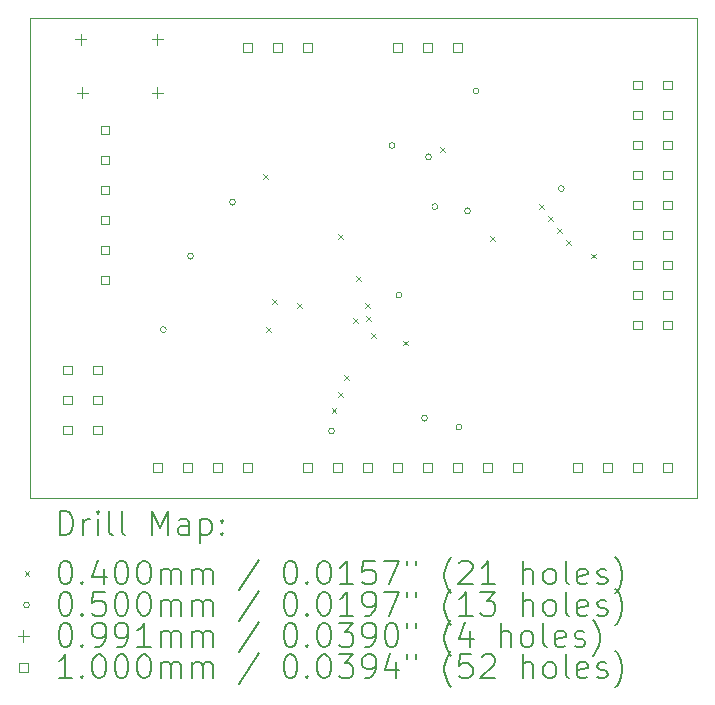
<source format=gbr>
%FSLAX45Y45*%
G04 Gerber Fmt 4.5, Leading zero omitted, Abs format (unit mm)*
G04 Created by KiCad (PCBNEW 6.0.1+dfsg-1) date 2022-05-09 21:59:54*
%MOMM*%
%LPD*%
G01*
G04 APERTURE LIST*
%TA.AperFunction,Profile*%
%ADD10C,0.100000*%
%TD*%
%ADD11C,0.200000*%
%ADD12C,0.040000*%
%ADD13C,0.050000*%
%ADD14C,0.099060*%
%ADD15C,0.100000*%
G04 APERTURE END LIST*
D10*
X8953500Y-5588000D02*
X8826500Y-5588000D01*
X14478000Y-5588000D02*
X8953500Y-5588000D01*
X8826500Y-5588000D02*
X8826500Y-9652000D01*
X14478000Y-9652000D02*
X14478000Y-9588500D01*
X14478000Y-9588500D02*
X14478000Y-5651500D01*
X14478000Y-5651500D02*
X14478000Y-5588000D01*
X8826500Y-9652000D02*
X14478000Y-9652000D01*
D11*
D12*
X10800400Y-6914200D02*
X10840400Y-6954200D01*
X10840400Y-6914200D02*
X10800400Y-6954200D01*
X10825800Y-8209600D02*
X10865800Y-8249600D01*
X10865800Y-8209600D02*
X10825800Y-8249600D01*
X10876600Y-7970840D02*
X10916600Y-8010840D01*
X10916600Y-7970840D02*
X10876600Y-8010840D01*
X11089850Y-8006400D02*
X11129850Y-8046400D01*
X11129850Y-8006400D02*
X11089850Y-8046400D01*
X11382217Y-8893017D02*
X11422217Y-8933017D01*
X11422217Y-8893017D02*
X11382217Y-8933017D01*
X11435400Y-7422200D02*
X11475400Y-7462200D01*
X11475400Y-7422200D02*
X11435400Y-7462200D01*
X11435400Y-8760901D02*
X11475400Y-8800901D01*
X11475400Y-8760901D02*
X11435400Y-8800901D01*
X11486200Y-8616000D02*
X11526200Y-8656000D01*
X11526200Y-8616000D02*
X11486200Y-8656000D01*
X11562400Y-8133400D02*
X11602400Y-8173400D01*
X11602400Y-8133400D02*
X11562400Y-8173400D01*
X11587800Y-7777800D02*
X11627800Y-7817800D01*
X11627800Y-7777800D02*
X11587800Y-7817800D01*
X11664000Y-8006400D02*
X11704000Y-8046400D01*
X11704000Y-8006400D02*
X11664000Y-8046400D01*
X11672684Y-8117544D02*
X11712684Y-8157544D01*
X11712684Y-8117544D02*
X11672684Y-8157544D01*
X11714800Y-8260400D02*
X11754800Y-8300400D01*
X11754800Y-8260400D02*
X11714800Y-8300400D01*
X11984360Y-8321900D02*
X12024360Y-8361900D01*
X12024360Y-8321900D02*
X11984360Y-8361900D01*
X12299000Y-6685600D02*
X12339000Y-6725600D01*
X12339000Y-6685600D02*
X12299000Y-6725600D01*
X12723624Y-7440424D02*
X12763624Y-7480424D01*
X12763624Y-7440424D02*
X12723624Y-7480424D01*
X13137200Y-7168200D02*
X13177200Y-7208200D01*
X13177200Y-7168200D02*
X13137200Y-7208200D01*
X13213400Y-7269800D02*
X13253400Y-7309800D01*
X13253400Y-7269800D02*
X13213400Y-7309800D01*
X13289600Y-7371400D02*
X13329600Y-7411400D01*
X13329600Y-7371400D02*
X13289600Y-7411400D01*
X13365800Y-7473861D02*
X13405800Y-7513861D01*
X13405800Y-7473861D02*
X13365800Y-7513861D01*
X13581270Y-7586870D02*
X13621270Y-7626870D01*
X13621270Y-7586870D02*
X13581270Y-7626870D01*
D13*
X9981800Y-8229600D02*
G75*
G03*
X9981800Y-8229600I-25000J0D01*
G01*
X10210400Y-7607300D02*
G75*
G03*
X10210400Y-7607300I-25000J0D01*
G01*
X10566000Y-7150100D02*
G75*
G03*
X10566000Y-7150100I-25000J0D01*
G01*
X11404200Y-9088120D02*
G75*
G03*
X11404200Y-9088120I-25000J0D01*
G01*
X11917280Y-6670040D02*
G75*
G03*
X11917280Y-6670040I-25000J0D01*
G01*
X11975700Y-7937500D02*
G75*
G03*
X11975700Y-7937500I-25000J0D01*
G01*
X12191600Y-8978900D02*
G75*
G03*
X12191600Y-8978900I-25000J0D01*
G01*
X12227160Y-6766560D02*
G75*
G03*
X12227160Y-6766560I-25000J0D01*
G01*
X12280500Y-7188200D02*
G75*
G03*
X12280500Y-7188200I-25000J0D01*
G01*
X12483700Y-9055100D02*
G75*
G03*
X12483700Y-9055100I-25000J0D01*
G01*
X12557360Y-7223760D02*
G75*
G03*
X12557360Y-7223760I-25000J0D01*
G01*
X12628480Y-6207760D02*
G75*
G03*
X12628480Y-6207760I-25000J0D01*
G01*
X13349840Y-7035800D02*
G75*
G03*
X13349840Y-7035800I-25000J0D01*
G01*
D14*
X9256000Y-5723470D02*
X9256000Y-5822530D01*
X9206470Y-5773000D02*
X9305530Y-5773000D01*
X9271000Y-6173470D02*
X9271000Y-6272530D01*
X9221470Y-6223000D02*
X9320530Y-6223000D01*
X9906000Y-5723470D02*
X9906000Y-5822530D01*
X9856470Y-5773000D02*
X9955530Y-5773000D01*
X9906000Y-6173470D02*
X9906000Y-6272530D01*
X9856470Y-6223000D02*
X9955530Y-6223000D01*
D15*
X9179356Y-8607856D02*
X9179356Y-8537144D01*
X9108644Y-8537144D01*
X9108644Y-8607856D01*
X9179356Y-8607856D01*
X9179356Y-8861856D02*
X9179356Y-8791144D01*
X9108644Y-8791144D01*
X9108644Y-8861856D01*
X9179356Y-8861856D01*
X9179356Y-9115856D02*
X9179356Y-9045144D01*
X9108644Y-9045144D01*
X9108644Y-9115856D01*
X9179356Y-9115856D01*
X9433356Y-8607856D02*
X9433356Y-8537144D01*
X9362644Y-8537144D01*
X9362644Y-8607856D01*
X9433356Y-8607856D01*
X9433356Y-8861856D02*
X9433356Y-8791144D01*
X9362644Y-8791144D01*
X9362644Y-8861856D01*
X9433356Y-8861856D01*
X9433356Y-9115856D02*
X9433356Y-9045144D01*
X9362644Y-9045144D01*
X9362644Y-9115856D01*
X9433356Y-9115856D01*
X9496856Y-6575856D02*
X9496856Y-6505144D01*
X9426144Y-6505144D01*
X9426144Y-6575856D01*
X9496856Y-6575856D01*
X9496856Y-6829856D02*
X9496856Y-6759144D01*
X9426144Y-6759144D01*
X9426144Y-6829856D01*
X9496856Y-6829856D01*
X9496856Y-7083856D02*
X9496856Y-7013144D01*
X9426144Y-7013144D01*
X9426144Y-7083856D01*
X9496856Y-7083856D01*
X9496856Y-7337856D02*
X9496856Y-7267144D01*
X9426144Y-7267144D01*
X9426144Y-7337856D01*
X9496856Y-7337856D01*
X9496856Y-7591856D02*
X9496856Y-7521144D01*
X9426144Y-7521144D01*
X9426144Y-7591856D01*
X9496856Y-7591856D01*
X9496856Y-7845856D02*
X9496856Y-7775144D01*
X9426144Y-7775144D01*
X9426144Y-7845856D01*
X9496856Y-7845856D01*
X9941356Y-9433356D02*
X9941356Y-9362644D01*
X9870644Y-9362644D01*
X9870644Y-9433356D01*
X9941356Y-9433356D01*
X10195356Y-9433356D02*
X10195356Y-9362644D01*
X10124644Y-9362644D01*
X10124644Y-9433356D01*
X10195356Y-9433356D01*
X10449356Y-9433356D02*
X10449356Y-9362644D01*
X10378644Y-9362644D01*
X10378644Y-9433356D01*
X10449356Y-9433356D01*
X10703356Y-5877356D02*
X10703356Y-5806644D01*
X10632644Y-5806644D01*
X10632644Y-5877356D01*
X10703356Y-5877356D01*
X10703356Y-9433356D02*
X10703356Y-9362644D01*
X10632644Y-9362644D01*
X10632644Y-9433356D01*
X10703356Y-9433356D01*
X10957356Y-5877356D02*
X10957356Y-5806644D01*
X10886644Y-5806644D01*
X10886644Y-5877356D01*
X10957356Y-5877356D01*
X11211356Y-5877356D02*
X11211356Y-5806644D01*
X11140644Y-5806644D01*
X11140644Y-5877356D01*
X11211356Y-5877356D01*
X11211356Y-9433356D02*
X11211356Y-9362644D01*
X11140644Y-9362644D01*
X11140644Y-9433356D01*
X11211356Y-9433356D01*
X11465356Y-9433356D02*
X11465356Y-9362644D01*
X11394644Y-9362644D01*
X11394644Y-9433356D01*
X11465356Y-9433356D01*
X11719356Y-9433356D02*
X11719356Y-9362644D01*
X11648644Y-9362644D01*
X11648644Y-9433356D01*
X11719356Y-9433356D01*
X11973356Y-5877356D02*
X11973356Y-5806644D01*
X11902644Y-5806644D01*
X11902644Y-5877356D01*
X11973356Y-5877356D01*
X11973356Y-9433356D02*
X11973356Y-9362644D01*
X11902644Y-9362644D01*
X11902644Y-9433356D01*
X11973356Y-9433356D01*
X12227356Y-5877356D02*
X12227356Y-5806644D01*
X12156644Y-5806644D01*
X12156644Y-5877356D01*
X12227356Y-5877356D01*
X12227356Y-9433356D02*
X12227356Y-9362644D01*
X12156644Y-9362644D01*
X12156644Y-9433356D01*
X12227356Y-9433356D01*
X12481356Y-5877356D02*
X12481356Y-5806644D01*
X12410644Y-5806644D01*
X12410644Y-5877356D01*
X12481356Y-5877356D01*
X12481356Y-9433356D02*
X12481356Y-9362644D01*
X12410644Y-9362644D01*
X12410644Y-9433356D01*
X12481356Y-9433356D01*
X12735356Y-9433356D02*
X12735356Y-9362644D01*
X12664644Y-9362644D01*
X12664644Y-9433356D01*
X12735356Y-9433356D01*
X12989356Y-9433356D02*
X12989356Y-9362644D01*
X12918644Y-9362644D01*
X12918644Y-9433356D01*
X12989356Y-9433356D01*
X13498356Y-9433356D02*
X13498356Y-9362644D01*
X13427644Y-9362644D01*
X13427644Y-9433356D01*
X13498356Y-9433356D01*
X13752356Y-9433356D02*
X13752356Y-9362644D01*
X13681644Y-9362644D01*
X13681644Y-9433356D01*
X13752356Y-9433356D01*
X14005356Y-6194856D02*
X14005356Y-6124144D01*
X13934644Y-6124144D01*
X13934644Y-6194856D01*
X14005356Y-6194856D01*
X14005356Y-6448856D02*
X14005356Y-6378144D01*
X13934644Y-6378144D01*
X13934644Y-6448856D01*
X14005356Y-6448856D01*
X14005356Y-6702856D02*
X14005356Y-6632144D01*
X13934644Y-6632144D01*
X13934644Y-6702856D01*
X14005356Y-6702856D01*
X14005356Y-6956856D02*
X14005356Y-6886144D01*
X13934644Y-6886144D01*
X13934644Y-6956856D01*
X14005356Y-6956856D01*
X14005356Y-7210856D02*
X14005356Y-7140144D01*
X13934644Y-7140144D01*
X13934644Y-7210856D01*
X14005356Y-7210856D01*
X14005356Y-7464856D02*
X14005356Y-7394144D01*
X13934644Y-7394144D01*
X13934644Y-7464856D01*
X14005356Y-7464856D01*
X14005356Y-7718856D02*
X14005356Y-7648144D01*
X13934644Y-7648144D01*
X13934644Y-7718856D01*
X14005356Y-7718856D01*
X14005356Y-7972856D02*
X14005356Y-7902144D01*
X13934644Y-7902144D01*
X13934644Y-7972856D01*
X14005356Y-7972856D01*
X14005356Y-8226856D02*
X14005356Y-8156144D01*
X13934644Y-8156144D01*
X13934644Y-8226856D01*
X14005356Y-8226856D01*
X14006356Y-9433356D02*
X14006356Y-9362644D01*
X13935644Y-9362644D01*
X13935644Y-9433356D01*
X14006356Y-9433356D01*
X14259356Y-6194856D02*
X14259356Y-6124144D01*
X14188644Y-6124144D01*
X14188644Y-6194856D01*
X14259356Y-6194856D01*
X14259356Y-6448856D02*
X14259356Y-6378144D01*
X14188644Y-6378144D01*
X14188644Y-6448856D01*
X14259356Y-6448856D01*
X14259356Y-6702856D02*
X14259356Y-6632144D01*
X14188644Y-6632144D01*
X14188644Y-6702856D01*
X14259356Y-6702856D01*
X14259356Y-6956856D02*
X14259356Y-6886144D01*
X14188644Y-6886144D01*
X14188644Y-6956856D01*
X14259356Y-6956856D01*
X14259356Y-7210856D02*
X14259356Y-7140144D01*
X14188644Y-7140144D01*
X14188644Y-7210856D01*
X14259356Y-7210856D01*
X14259356Y-7464856D02*
X14259356Y-7394144D01*
X14188644Y-7394144D01*
X14188644Y-7464856D01*
X14259356Y-7464856D01*
X14259356Y-7718856D02*
X14259356Y-7648144D01*
X14188644Y-7648144D01*
X14188644Y-7718856D01*
X14259356Y-7718856D01*
X14259356Y-7972856D02*
X14259356Y-7902144D01*
X14188644Y-7902144D01*
X14188644Y-7972856D01*
X14259356Y-7972856D01*
X14259356Y-8226856D02*
X14259356Y-8156144D01*
X14188644Y-8156144D01*
X14188644Y-8226856D01*
X14259356Y-8226856D01*
X14260356Y-9433356D02*
X14260356Y-9362644D01*
X14189644Y-9362644D01*
X14189644Y-9433356D01*
X14260356Y-9433356D01*
D11*
X9079119Y-9967476D02*
X9079119Y-9767476D01*
X9126738Y-9767476D01*
X9155310Y-9777000D01*
X9174357Y-9796048D01*
X9183881Y-9815095D01*
X9193405Y-9853190D01*
X9193405Y-9881762D01*
X9183881Y-9919857D01*
X9174357Y-9938905D01*
X9155310Y-9957952D01*
X9126738Y-9967476D01*
X9079119Y-9967476D01*
X9279119Y-9967476D02*
X9279119Y-9834143D01*
X9279119Y-9872238D02*
X9288643Y-9853190D01*
X9298167Y-9843667D01*
X9317214Y-9834143D01*
X9336262Y-9834143D01*
X9402929Y-9967476D02*
X9402929Y-9834143D01*
X9402929Y-9767476D02*
X9393405Y-9777000D01*
X9402929Y-9786524D01*
X9412452Y-9777000D01*
X9402929Y-9767476D01*
X9402929Y-9786524D01*
X9526738Y-9967476D02*
X9507690Y-9957952D01*
X9498167Y-9938905D01*
X9498167Y-9767476D01*
X9631500Y-9967476D02*
X9612452Y-9957952D01*
X9602929Y-9938905D01*
X9602929Y-9767476D01*
X9860071Y-9967476D02*
X9860071Y-9767476D01*
X9926738Y-9910333D01*
X9993405Y-9767476D01*
X9993405Y-9967476D01*
X10174357Y-9967476D02*
X10174357Y-9862714D01*
X10164833Y-9843667D01*
X10145786Y-9834143D01*
X10107690Y-9834143D01*
X10088643Y-9843667D01*
X10174357Y-9957952D02*
X10155310Y-9967476D01*
X10107690Y-9967476D01*
X10088643Y-9957952D01*
X10079119Y-9938905D01*
X10079119Y-9919857D01*
X10088643Y-9900810D01*
X10107690Y-9891286D01*
X10155310Y-9891286D01*
X10174357Y-9881762D01*
X10269595Y-9834143D02*
X10269595Y-10034143D01*
X10269595Y-9843667D02*
X10288643Y-9834143D01*
X10326738Y-9834143D01*
X10345786Y-9843667D01*
X10355310Y-9853190D01*
X10364833Y-9872238D01*
X10364833Y-9929381D01*
X10355310Y-9948429D01*
X10345786Y-9957952D01*
X10326738Y-9967476D01*
X10288643Y-9967476D01*
X10269595Y-9957952D01*
X10450548Y-9948429D02*
X10460071Y-9957952D01*
X10450548Y-9967476D01*
X10441024Y-9957952D01*
X10450548Y-9948429D01*
X10450548Y-9967476D01*
X10450548Y-9843667D02*
X10460071Y-9853190D01*
X10450548Y-9862714D01*
X10441024Y-9853190D01*
X10450548Y-9843667D01*
X10450548Y-9862714D01*
D12*
X8781500Y-10277000D02*
X8821500Y-10317000D01*
X8821500Y-10277000D02*
X8781500Y-10317000D01*
D11*
X9117214Y-10187476D02*
X9136262Y-10187476D01*
X9155310Y-10197000D01*
X9164833Y-10206524D01*
X9174357Y-10225571D01*
X9183881Y-10263667D01*
X9183881Y-10311286D01*
X9174357Y-10349381D01*
X9164833Y-10368429D01*
X9155310Y-10377952D01*
X9136262Y-10387476D01*
X9117214Y-10387476D01*
X9098167Y-10377952D01*
X9088643Y-10368429D01*
X9079119Y-10349381D01*
X9069595Y-10311286D01*
X9069595Y-10263667D01*
X9079119Y-10225571D01*
X9088643Y-10206524D01*
X9098167Y-10197000D01*
X9117214Y-10187476D01*
X9269595Y-10368429D02*
X9279119Y-10377952D01*
X9269595Y-10387476D01*
X9260071Y-10377952D01*
X9269595Y-10368429D01*
X9269595Y-10387476D01*
X9450548Y-10254143D02*
X9450548Y-10387476D01*
X9402929Y-10177952D02*
X9355310Y-10320810D01*
X9479119Y-10320810D01*
X9593405Y-10187476D02*
X9612452Y-10187476D01*
X9631500Y-10197000D01*
X9641024Y-10206524D01*
X9650548Y-10225571D01*
X9660071Y-10263667D01*
X9660071Y-10311286D01*
X9650548Y-10349381D01*
X9641024Y-10368429D01*
X9631500Y-10377952D01*
X9612452Y-10387476D01*
X9593405Y-10387476D01*
X9574357Y-10377952D01*
X9564833Y-10368429D01*
X9555310Y-10349381D01*
X9545786Y-10311286D01*
X9545786Y-10263667D01*
X9555310Y-10225571D01*
X9564833Y-10206524D01*
X9574357Y-10197000D01*
X9593405Y-10187476D01*
X9783881Y-10187476D02*
X9802929Y-10187476D01*
X9821976Y-10197000D01*
X9831500Y-10206524D01*
X9841024Y-10225571D01*
X9850548Y-10263667D01*
X9850548Y-10311286D01*
X9841024Y-10349381D01*
X9831500Y-10368429D01*
X9821976Y-10377952D01*
X9802929Y-10387476D01*
X9783881Y-10387476D01*
X9764833Y-10377952D01*
X9755310Y-10368429D01*
X9745786Y-10349381D01*
X9736262Y-10311286D01*
X9736262Y-10263667D01*
X9745786Y-10225571D01*
X9755310Y-10206524D01*
X9764833Y-10197000D01*
X9783881Y-10187476D01*
X9936262Y-10387476D02*
X9936262Y-10254143D01*
X9936262Y-10273190D02*
X9945786Y-10263667D01*
X9964833Y-10254143D01*
X9993405Y-10254143D01*
X10012452Y-10263667D01*
X10021976Y-10282714D01*
X10021976Y-10387476D01*
X10021976Y-10282714D02*
X10031500Y-10263667D01*
X10050548Y-10254143D01*
X10079119Y-10254143D01*
X10098167Y-10263667D01*
X10107690Y-10282714D01*
X10107690Y-10387476D01*
X10202929Y-10387476D02*
X10202929Y-10254143D01*
X10202929Y-10273190D02*
X10212452Y-10263667D01*
X10231500Y-10254143D01*
X10260071Y-10254143D01*
X10279119Y-10263667D01*
X10288643Y-10282714D01*
X10288643Y-10387476D01*
X10288643Y-10282714D02*
X10298167Y-10263667D01*
X10317214Y-10254143D01*
X10345786Y-10254143D01*
X10364833Y-10263667D01*
X10374357Y-10282714D01*
X10374357Y-10387476D01*
X10764833Y-10177952D02*
X10593405Y-10435095D01*
X11021976Y-10187476D02*
X11041024Y-10187476D01*
X11060071Y-10197000D01*
X11069595Y-10206524D01*
X11079119Y-10225571D01*
X11088643Y-10263667D01*
X11088643Y-10311286D01*
X11079119Y-10349381D01*
X11069595Y-10368429D01*
X11060071Y-10377952D01*
X11041024Y-10387476D01*
X11021976Y-10387476D01*
X11002929Y-10377952D01*
X10993405Y-10368429D01*
X10983881Y-10349381D01*
X10974357Y-10311286D01*
X10974357Y-10263667D01*
X10983881Y-10225571D01*
X10993405Y-10206524D01*
X11002929Y-10197000D01*
X11021976Y-10187476D01*
X11174357Y-10368429D02*
X11183881Y-10377952D01*
X11174357Y-10387476D01*
X11164833Y-10377952D01*
X11174357Y-10368429D01*
X11174357Y-10387476D01*
X11307690Y-10187476D02*
X11326738Y-10187476D01*
X11345786Y-10197000D01*
X11355309Y-10206524D01*
X11364833Y-10225571D01*
X11374357Y-10263667D01*
X11374357Y-10311286D01*
X11364833Y-10349381D01*
X11355309Y-10368429D01*
X11345786Y-10377952D01*
X11326738Y-10387476D01*
X11307690Y-10387476D01*
X11288643Y-10377952D01*
X11279119Y-10368429D01*
X11269595Y-10349381D01*
X11260071Y-10311286D01*
X11260071Y-10263667D01*
X11269595Y-10225571D01*
X11279119Y-10206524D01*
X11288643Y-10197000D01*
X11307690Y-10187476D01*
X11564833Y-10387476D02*
X11450548Y-10387476D01*
X11507690Y-10387476D02*
X11507690Y-10187476D01*
X11488643Y-10216048D01*
X11469595Y-10235095D01*
X11450548Y-10244619D01*
X11745786Y-10187476D02*
X11650548Y-10187476D01*
X11641024Y-10282714D01*
X11650548Y-10273190D01*
X11669595Y-10263667D01*
X11717214Y-10263667D01*
X11736262Y-10273190D01*
X11745786Y-10282714D01*
X11755309Y-10301762D01*
X11755309Y-10349381D01*
X11745786Y-10368429D01*
X11736262Y-10377952D01*
X11717214Y-10387476D01*
X11669595Y-10387476D01*
X11650548Y-10377952D01*
X11641024Y-10368429D01*
X11821976Y-10187476D02*
X11955309Y-10187476D01*
X11869595Y-10387476D01*
X12021976Y-10187476D02*
X12021976Y-10225571D01*
X12098167Y-10187476D02*
X12098167Y-10225571D01*
X12393405Y-10463667D02*
X12383881Y-10454143D01*
X12364833Y-10425571D01*
X12355309Y-10406524D01*
X12345786Y-10377952D01*
X12336262Y-10330333D01*
X12336262Y-10292238D01*
X12345786Y-10244619D01*
X12355309Y-10216048D01*
X12364833Y-10197000D01*
X12383881Y-10168429D01*
X12393405Y-10158905D01*
X12460071Y-10206524D02*
X12469595Y-10197000D01*
X12488643Y-10187476D01*
X12536262Y-10187476D01*
X12555309Y-10197000D01*
X12564833Y-10206524D01*
X12574357Y-10225571D01*
X12574357Y-10244619D01*
X12564833Y-10273190D01*
X12450548Y-10387476D01*
X12574357Y-10387476D01*
X12764833Y-10387476D02*
X12650548Y-10387476D01*
X12707690Y-10387476D02*
X12707690Y-10187476D01*
X12688643Y-10216048D01*
X12669595Y-10235095D01*
X12650548Y-10244619D01*
X13002928Y-10387476D02*
X13002928Y-10187476D01*
X13088643Y-10387476D02*
X13088643Y-10282714D01*
X13079119Y-10263667D01*
X13060071Y-10254143D01*
X13031500Y-10254143D01*
X13012452Y-10263667D01*
X13002928Y-10273190D01*
X13212452Y-10387476D02*
X13193405Y-10377952D01*
X13183881Y-10368429D01*
X13174357Y-10349381D01*
X13174357Y-10292238D01*
X13183881Y-10273190D01*
X13193405Y-10263667D01*
X13212452Y-10254143D01*
X13241024Y-10254143D01*
X13260071Y-10263667D01*
X13269595Y-10273190D01*
X13279119Y-10292238D01*
X13279119Y-10349381D01*
X13269595Y-10368429D01*
X13260071Y-10377952D01*
X13241024Y-10387476D01*
X13212452Y-10387476D01*
X13393405Y-10387476D02*
X13374357Y-10377952D01*
X13364833Y-10358905D01*
X13364833Y-10187476D01*
X13545786Y-10377952D02*
X13526738Y-10387476D01*
X13488643Y-10387476D01*
X13469595Y-10377952D01*
X13460071Y-10358905D01*
X13460071Y-10282714D01*
X13469595Y-10263667D01*
X13488643Y-10254143D01*
X13526738Y-10254143D01*
X13545786Y-10263667D01*
X13555309Y-10282714D01*
X13555309Y-10301762D01*
X13460071Y-10320810D01*
X13631500Y-10377952D02*
X13650548Y-10387476D01*
X13688643Y-10387476D01*
X13707690Y-10377952D01*
X13717214Y-10358905D01*
X13717214Y-10349381D01*
X13707690Y-10330333D01*
X13688643Y-10320810D01*
X13660071Y-10320810D01*
X13641024Y-10311286D01*
X13631500Y-10292238D01*
X13631500Y-10282714D01*
X13641024Y-10263667D01*
X13660071Y-10254143D01*
X13688643Y-10254143D01*
X13707690Y-10263667D01*
X13783881Y-10463667D02*
X13793405Y-10454143D01*
X13812452Y-10425571D01*
X13821976Y-10406524D01*
X13831500Y-10377952D01*
X13841024Y-10330333D01*
X13841024Y-10292238D01*
X13831500Y-10244619D01*
X13821976Y-10216048D01*
X13812452Y-10197000D01*
X13793405Y-10168429D01*
X13783881Y-10158905D01*
D13*
X8821500Y-10561000D02*
G75*
G03*
X8821500Y-10561000I-25000J0D01*
G01*
D11*
X9117214Y-10451476D02*
X9136262Y-10451476D01*
X9155310Y-10461000D01*
X9164833Y-10470524D01*
X9174357Y-10489571D01*
X9183881Y-10527667D01*
X9183881Y-10575286D01*
X9174357Y-10613381D01*
X9164833Y-10632429D01*
X9155310Y-10641952D01*
X9136262Y-10651476D01*
X9117214Y-10651476D01*
X9098167Y-10641952D01*
X9088643Y-10632429D01*
X9079119Y-10613381D01*
X9069595Y-10575286D01*
X9069595Y-10527667D01*
X9079119Y-10489571D01*
X9088643Y-10470524D01*
X9098167Y-10461000D01*
X9117214Y-10451476D01*
X9269595Y-10632429D02*
X9279119Y-10641952D01*
X9269595Y-10651476D01*
X9260071Y-10641952D01*
X9269595Y-10632429D01*
X9269595Y-10651476D01*
X9460071Y-10451476D02*
X9364833Y-10451476D01*
X9355310Y-10546714D01*
X9364833Y-10537190D01*
X9383881Y-10527667D01*
X9431500Y-10527667D01*
X9450548Y-10537190D01*
X9460071Y-10546714D01*
X9469595Y-10565762D01*
X9469595Y-10613381D01*
X9460071Y-10632429D01*
X9450548Y-10641952D01*
X9431500Y-10651476D01*
X9383881Y-10651476D01*
X9364833Y-10641952D01*
X9355310Y-10632429D01*
X9593405Y-10451476D02*
X9612452Y-10451476D01*
X9631500Y-10461000D01*
X9641024Y-10470524D01*
X9650548Y-10489571D01*
X9660071Y-10527667D01*
X9660071Y-10575286D01*
X9650548Y-10613381D01*
X9641024Y-10632429D01*
X9631500Y-10641952D01*
X9612452Y-10651476D01*
X9593405Y-10651476D01*
X9574357Y-10641952D01*
X9564833Y-10632429D01*
X9555310Y-10613381D01*
X9545786Y-10575286D01*
X9545786Y-10527667D01*
X9555310Y-10489571D01*
X9564833Y-10470524D01*
X9574357Y-10461000D01*
X9593405Y-10451476D01*
X9783881Y-10451476D02*
X9802929Y-10451476D01*
X9821976Y-10461000D01*
X9831500Y-10470524D01*
X9841024Y-10489571D01*
X9850548Y-10527667D01*
X9850548Y-10575286D01*
X9841024Y-10613381D01*
X9831500Y-10632429D01*
X9821976Y-10641952D01*
X9802929Y-10651476D01*
X9783881Y-10651476D01*
X9764833Y-10641952D01*
X9755310Y-10632429D01*
X9745786Y-10613381D01*
X9736262Y-10575286D01*
X9736262Y-10527667D01*
X9745786Y-10489571D01*
X9755310Y-10470524D01*
X9764833Y-10461000D01*
X9783881Y-10451476D01*
X9936262Y-10651476D02*
X9936262Y-10518143D01*
X9936262Y-10537190D02*
X9945786Y-10527667D01*
X9964833Y-10518143D01*
X9993405Y-10518143D01*
X10012452Y-10527667D01*
X10021976Y-10546714D01*
X10021976Y-10651476D01*
X10021976Y-10546714D02*
X10031500Y-10527667D01*
X10050548Y-10518143D01*
X10079119Y-10518143D01*
X10098167Y-10527667D01*
X10107690Y-10546714D01*
X10107690Y-10651476D01*
X10202929Y-10651476D02*
X10202929Y-10518143D01*
X10202929Y-10537190D02*
X10212452Y-10527667D01*
X10231500Y-10518143D01*
X10260071Y-10518143D01*
X10279119Y-10527667D01*
X10288643Y-10546714D01*
X10288643Y-10651476D01*
X10288643Y-10546714D02*
X10298167Y-10527667D01*
X10317214Y-10518143D01*
X10345786Y-10518143D01*
X10364833Y-10527667D01*
X10374357Y-10546714D01*
X10374357Y-10651476D01*
X10764833Y-10441952D02*
X10593405Y-10699095D01*
X11021976Y-10451476D02*
X11041024Y-10451476D01*
X11060071Y-10461000D01*
X11069595Y-10470524D01*
X11079119Y-10489571D01*
X11088643Y-10527667D01*
X11088643Y-10575286D01*
X11079119Y-10613381D01*
X11069595Y-10632429D01*
X11060071Y-10641952D01*
X11041024Y-10651476D01*
X11021976Y-10651476D01*
X11002929Y-10641952D01*
X10993405Y-10632429D01*
X10983881Y-10613381D01*
X10974357Y-10575286D01*
X10974357Y-10527667D01*
X10983881Y-10489571D01*
X10993405Y-10470524D01*
X11002929Y-10461000D01*
X11021976Y-10451476D01*
X11174357Y-10632429D02*
X11183881Y-10641952D01*
X11174357Y-10651476D01*
X11164833Y-10641952D01*
X11174357Y-10632429D01*
X11174357Y-10651476D01*
X11307690Y-10451476D02*
X11326738Y-10451476D01*
X11345786Y-10461000D01*
X11355309Y-10470524D01*
X11364833Y-10489571D01*
X11374357Y-10527667D01*
X11374357Y-10575286D01*
X11364833Y-10613381D01*
X11355309Y-10632429D01*
X11345786Y-10641952D01*
X11326738Y-10651476D01*
X11307690Y-10651476D01*
X11288643Y-10641952D01*
X11279119Y-10632429D01*
X11269595Y-10613381D01*
X11260071Y-10575286D01*
X11260071Y-10527667D01*
X11269595Y-10489571D01*
X11279119Y-10470524D01*
X11288643Y-10461000D01*
X11307690Y-10451476D01*
X11564833Y-10651476D02*
X11450548Y-10651476D01*
X11507690Y-10651476D02*
X11507690Y-10451476D01*
X11488643Y-10480048D01*
X11469595Y-10499095D01*
X11450548Y-10508619D01*
X11660071Y-10651476D02*
X11698167Y-10651476D01*
X11717214Y-10641952D01*
X11726738Y-10632429D01*
X11745786Y-10603857D01*
X11755309Y-10565762D01*
X11755309Y-10489571D01*
X11745786Y-10470524D01*
X11736262Y-10461000D01*
X11717214Y-10451476D01*
X11679119Y-10451476D01*
X11660071Y-10461000D01*
X11650548Y-10470524D01*
X11641024Y-10489571D01*
X11641024Y-10537190D01*
X11650548Y-10556238D01*
X11660071Y-10565762D01*
X11679119Y-10575286D01*
X11717214Y-10575286D01*
X11736262Y-10565762D01*
X11745786Y-10556238D01*
X11755309Y-10537190D01*
X11821976Y-10451476D02*
X11955309Y-10451476D01*
X11869595Y-10651476D01*
X12021976Y-10451476D02*
X12021976Y-10489571D01*
X12098167Y-10451476D02*
X12098167Y-10489571D01*
X12393405Y-10727667D02*
X12383881Y-10718143D01*
X12364833Y-10689571D01*
X12355309Y-10670524D01*
X12345786Y-10641952D01*
X12336262Y-10594333D01*
X12336262Y-10556238D01*
X12345786Y-10508619D01*
X12355309Y-10480048D01*
X12364833Y-10461000D01*
X12383881Y-10432429D01*
X12393405Y-10422905D01*
X12574357Y-10651476D02*
X12460071Y-10651476D01*
X12517214Y-10651476D02*
X12517214Y-10451476D01*
X12498167Y-10480048D01*
X12479119Y-10499095D01*
X12460071Y-10508619D01*
X12641024Y-10451476D02*
X12764833Y-10451476D01*
X12698167Y-10527667D01*
X12726738Y-10527667D01*
X12745786Y-10537190D01*
X12755309Y-10546714D01*
X12764833Y-10565762D01*
X12764833Y-10613381D01*
X12755309Y-10632429D01*
X12745786Y-10641952D01*
X12726738Y-10651476D01*
X12669595Y-10651476D01*
X12650548Y-10641952D01*
X12641024Y-10632429D01*
X13002928Y-10651476D02*
X13002928Y-10451476D01*
X13088643Y-10651476D02*
X13088643Y-10546714D01*
X13079119Y-10527667D01*
X13060071Y-10518143D01*
X13031500Y-10518143D01*
X13012452Y-10527667D01*
X13002928Y-10537190D01*
X13212452Y-10651476D02*
X13193405Y-10641952D01*
X13183881Y-10632429D01*
X13174357Y-10613381D01*
X13174357Y-10556238D01*
X13183881Y-10537190D01*
X13193405Y-10527667D01*
X13212452Y-10518143D01*
X13241024Y-10518143D01*
X13260071Y-10527667D01*
X13269595Y-10537190D01*
X13279119Y-10556238D01*
X13279119Y-10613381D01*
X13269595Y-10632429D01*
X13260071Y-10641952D01*
X13241024Y-10651476D01*
X13212452Y-10651476D01*
X13393405Y-10651476D02*
X13374357Y-10641952D01*
X13364833Y-10622905D01*
X13364833Y-10451476D01*
X13545786Y-10641952D02*
X13526738Y-10651476D01*
X13488643Y-10651476D01*
X13469595Y-10641952D01*
X13460071Y-10622905D01*
X13460071Y-10546714D01*
X13469595Y-10527667D01*
X13488643Y-10518143D01*
X13526738Y-10518143D01*
X13545786Y-10527667D01*
X13555309Y-10546714D01*
X13555309Y-10565762D01*
X13460071Y-10584810D01*
X13631500Y-10641952D02*
X13650548Y-10651476D01*
X13688643Y-10651476D01*
X13707690Y-10641952D01*
X13717214Y-10622905D01*
X13717214Y-10613381D01*
X13707690Y-10594333D01*
X13688643Y-10584810D01*
X13660071Y-10584810D01*
X13641024Y-10575286D01*
X13631500Y-10556238D01*
X13631500Y-10546714D01*
X13641024Y-10527667D01*
X13660071Y-10518143D01*
X13688643Y-10518143D01*
X13707690Y-10527667D01*
X13783881Y-10727667D02*
X13793405Y-10718143D01*
X13812452Y-10689571D01*
X13821976Y-10670524D01*
X13831500Y-10641952D01*
X13841024Y-10594333D01*
X13841024Y-10556238D01*
X13831500Y-10508619D01*
X13821976Y-10480048D01*
X13812452Y-10461000D01*
X13793405Y-10432429D01*
X13783881Y-10422905D01*
D14*
X8771970Y-10775470D02*
X8771970Y-10874530D01*
X8722440Y-10825000D02*
X8821500Y-10825000D01*
D11*
X9117214Y-10715476D02*
X9136262Y-10715476D01*
X9155310Y-10725000D01*
X9164833Y-10734524D01*
X9174357Y-10753571D01*
X9183881Y-10791667D01*
X9183881Y-10839286D01*
X9174357Y-10877381D01*
X9164833Y-10896429D01*
X9155310Y-10905952D01*
X9136262Y-10915476D01*
X9117214Y-10915476D01*
X9098167Y-10905952D01*
X9088643Y-10896429D01*
X9079119Y-10877381D01*
X9069595Y-10839286D01*
X9069595Y-10791667D01*
X9079119Y-10753571D01*
X9088643Y-10734524D01*
X9098167Y-10725000D01*
X9117214Y-10715476D01*
X9269595Y-10896429D02*
X9279119Y-10905952D01*
X9269595Y-10915476D01*
X9260071Y-10905952D01*
X9269595Y-10896429D01*
X9269595Y-10915476D01*
X9374357Y-10915476D02*
X9412452Y-10915476D01*
X9431500Y-10905952D01*
X9441024Y-10896429D01*
X9460071Y-10867857D01*
X9469595Y-10829762D01*
X9469595Y-10753571D01*
X9460071Y-10734524D01*
X9450548Y-10725000D01*
X9431500Y-10715476D01*
X9393405Y-10715476D01*
X9374357Y-10725000D01*
X9364833Y-10734524D01*
X9355310Y-10753571D01*
X9355310Y-10801190D01*
X9364833Y-10820238D01*
X9374357Y-10829762D01*
X9393405Y-10839286D01*
X9431500Y-10839286D01*
X9450548Y-10829762D01*
X9460071Y-10820238D01*
X9469595Y-10801190D01*
X9564833Y-10915476D02*
X9602929Y-10915476D01*
X9621976Y-10905952D01*
X9631500Y-10896429D01*
X9650548Y-10867857D01*
X9660071Y-10829762D01*
X9660071Y-10753571D01*
X9650548Y-10734524D01*
X9641024Y-10725000D01*
X9621976Y-10715476D01*
X9583881Y-10715476D01*
X9564833Y-10725000D01*
X9555310Y-10734524D01*
X9545786Y-10753571D01*
X9545786Y-10801190D01*
X9555310Y-10820238D01*
X9564833Y-10829762D01*
X9583881Y-10839286D01*
X9621976Y-10839286D01*
X9641024Y-10829762D01*
X9650548Y-10820238D01*
X9660071Y-10801190D01*
X9850548Y-10915476D02*
X9736262Y-10915476D01*
X9793405Y-10915476D02*
X9793405Y-10715476D01*
X9774357Y-10744048D01*
X9755310Y-10763095D01*
X9736262Y-10772619D01*
X9936262Y-10915476D02*
X9936262Y-10782143D01*
X9936262Y-10801190D02*
X9945786Y-10791667D01*
X9964833Y-10782143D01*
X9993405Y-10782143D01*
X10012452Y-10791667D01*
X10021976Y-10810714D01*
X10021976Y-10915476D01*
X10021976Y-10810714D02*
X10031500Y-10791667D01*
X10050548Y-10782143D01*
X10079119Y-10782143D01*
X10098167Y-10791667D01*
X10107690Y-10810714D01*
X10107690Y-10915476D01*
X10202929Y-10915476D02*
X10202929Y-10782143D01*
X10202929Y-10801190D02*
X10212452Y-10791667D01*
X10231500Y-10782143D01*
X10260071Y-10782143D01*
X10279119Y-10791667D01*
X10288643Y-10810714D01*
X10288643Y-10915476D01*
X10288643Y-10810714D02*
X10298167Y-10791667D01*
X10317214Y-10782143D01*
X10345786Y-10782143D01*
X10364833Y-10791667D01*
X10374357Y-10810714D01*
X10374357Y-10915476D01*
X10764833Y-10705952D02*
X10593405Y-10963095D01*
X11021976Y-10715476D02*
X11041024Y-10715476D01*
X11060071Y-10725000D01*
X11069595Y-10734524D01*
X11079119Y-10753571D01*
X11088643Y-10791667D01*
X11088643Y-10839286D01*
X11079119Y-10877381D01*
X11069595Y-10896429D01*
X11060071Y-10905952D01*
X11041024Y-10915476D01*
X11021976Y-10915476D01*
X11002929Y-10905952D01*
X10993405Y-10896429D01*
X10983881Y-10877381D01*
X10974357Y-10839286D01*
X10974357Y-10791667D01*
X10983881Y-10753571D01*
X10993405Y-10734524D01*
X11002929Y-10725000D01*
X11021976Y-10715476D01*
X11174357Y-10896429D02*
X11183881Y-10905952D01*
X11174357Y-10915476D01*
X11164833Y-10905952D01*
X11174357Y-10896429D01*
X11174357Y-10915476D01*
X11307690Y-10715476D02*
X11326738Y-10715476D01*
X11345786Y-10725000D01*
X11355309Y-10734524D01*
X11364833Y-10753571D01*
X11374357Y-10791667D01*
X11374357Y-10839286D01*
X11364833Y-10877381D01*
X11355309Y-10896429D01*
X11345786Y-10905952D01*
X11326738Y-10915476D01*
X11307690Y-10915476D01*
X11288643Y-10905952D01*
X11279119Y-10896429D01*
X11269595Y-10877381D01*
X11260071Y-10839286D01*
X11260071Y-10791667D01*
X11269595Y-10753571D01*
X11279119Y-10734524D01*
X11288643Y-10725000D01*
X11307690Y-10715476D01*
X11441024Y-10715476D02*
X11564833Y-10715476D01*
X11498167Y-10791667D01*
X11526738Y-10791667D01*
X11545786Y-10801190D01*
X11555309Y-10810714D01*
X11564833Y-10829762D01*
X11564833Y-10877381D01*
X11555309Y-10896429D01*
X11545786Y-10905952D01*
X11526738Y-10915476D01*
X11469595Y-10915476D01*
X11450548Y-10905952D01*
X11441024Y-10896429D01*
X11660071Y-10915476D02*
X11698167Y-10915476D01*
X11717214Y-10905952D01*
X11726738Y-10896429D01*
X11745786Y-10867857D01*
X11755309Y-10829762D01*
X11755309Y-10753571D01*
X11745786Y-10734524D01*
X11736262Y-10725000D01*
X11717214Y-10715476D01*
X11679119Y-10715476D01*
X11660071Y-10725000D01*
X11650548Y-10734524D01*
X11641024Y-10753571D01*
X11641024Y-10801190D01*
X11650548Y-10820238D01*
X11660071Y-10829762D01*
X11679119Y-10839286D01*
X11717214Y-10839286D01*
X11736262Y-10829762D01*
X11745786Y-10820238D01*
X11755309Y-10801190D01*
X11879119Y-10715476D02*
X11898167Y-10715476D01*
X11917214Y-10725000D01*
X11926738Y-10734524D01*
X11936262Y-10753571D01*
X11945786Y-10791667D01*
X11945786Y-10839286D01*
X11936262Y-10877381D01*
X11926738Y-10896429D01*
X11917214Y-10905952D01*
X11898167Y-10915476D01*
X11879119Y-10915476D01*
X11860071Y-10905952D01*
X11850548Y-10896429D01*
X11841024Y-10877381D01*
X11831500Y-10839286D01*
X11831500Y-10791667D01*
X11841024Y-10753571D01*
X11850548Y-10734524D01*
X11860071Y-10725000D01*
X11879119Y-10715476D01*
X12021976Y-10715476D02*
X12021976Y-10753571D01*
X12098167Y-10715476D02*
X12098167Y-10753571D01*
X12393405Y-10991667D02*
X12383881Y-10982143D01*
X12364833Y-10953571D01*
X12355309Y-10934524D01*
X12345786Y-10905952D01*
X12336262Y-10858333D01*
X12336262Y-10820238D01*
X12345786Y-10772619D01*
X12355309Y-10744048D01*
X12364833Y-10725000D01*
X12383881Y-10696429D01*
X12393405Y-10686905D01*
X12555309Y-10782143D02*
X12555309Y-10915476D01*
X12507690Y-10705952D02*
X12460071Y-10848810D01*
X12583881Y-10848810D01*
X12812452Y-10915476D02*
X12812452Y-10715476D01*
X12898167Y-10915476D02*
X12898167Y-10810714D01*
X12888643Y-10791667D01*
X12869595Y-10782143D01*
X12841024Y-10782143D01*
X12821976Y-10791667D01*
X12812452Y-10801190D01*
X13021976Y-10915476D02*
X13002928Y-10905952D01*
X12993405Y-10896429D01*
X12983881Y-10877381D01*
X12983881Y-10820238D01*
X12993405Y-10801190D01*
X13002928Y-10791667D01*
X13021976Y-10782143D01*
X13050548Y-10782143D01*
X13069595Y-10791667D01*
X13079119Y-10801190D01*
X13088643Y-10820238D01*
X13088643Y-10877381D01*
X13079119Y-10896429D01*
X13069595Y-10905952D01*
X13050548Y-10915476D01*
X13021976Y-10915476D01*
X13202928Y-10915476D02*
X13183881Y-10905952D01*
X13174357Y-10886905D01*
X13174357Y-10715476D01*
X13355309Y-10905952D02*
X13336262Y-10915476D01*
X13298167Y-10915476D01*
X13279119Y-10905952D01*
X13269595Y-10886905D01*
X13269595Y-10810714D01*
X13279119Y-10791667D01*
X13298167Y-10782143D01*
X13336262Y-10782143D01*
X13355309Y-10791667D01*
X13364833Y-10810714D01*
X13364833Y-10829762D01*
X13269595Y-10848810D01*
X13441024Y-10905952D02*
X13460071Y-10915476D01*
X13498167Y-10915476D01*
X13517214Y-10905952D01*
X13526738Y-10886905D01*
X13526738Y-10877381D01*
X13517214Y-10858333D01*
X13498167Y-10848810D01*
X13469595Y-10848810D01*
X13450548Y-10839286D01*
X13441024Y-10820238D01*
X13441024Y-10810714D01*
X13450548Y-10791667D01*
X13469595Y-10782143D01*
X13498167Y-10782143D01*
X13517214Y-10791667D01*
X13593405Y-10991667D02*
X13602928Y-10982143D01*
X13621976Y-10953571D01*
X13631500Y-10934524D01*
X13641024Y-10905952D01*
X13650548Y-10858333D01*
X13650548Y-10820238D01*
X13641024Y-10772619D01*
X13631500Y-10744048D01*
X13621976Y-10725000D01*
X13602928Y-10696429D01*
X13593405Y-10686905D01*
D15*
X8806856Y-11124356D02*
X8806856Y-11053644D01*
X8736144Y-11053644D01*
X8736144Y-11124356D01*
X8806856Y-11124356D01*
D11*
X9183881Y-11179476D02*
X9069595Y-11179476D01*
X9126738Y-11179476D02*
X9126738Y-10979476D01*
X9107690Y-11008048D01*
X9088643Y-11027095D01*
X9069595Y-11036619D01*
X9269595Y-11160429D02*
X9279119Y-11169952D01*
X9269595Y-11179476D01*
X9260071Y-11169952D01*
X9269595Y-11160429D01*
X9269595Y-11179476D01*
X9402929Y-10979476D02*
X9421976Y-10979476D01*
X9441024Y-10989000D01*
X9450548Y-10998524D01*
X9460071Y-11017571D01*
X9469595Y-11055667D01*
X9469595Y-11103286D01*
X9460071Y-11141381D01*
X9450548Y-11160429D01*
X9441024Y-11169952D01*
X9421976Y-11179476D01*
X9402929Y-11179476D01*
X9383881Y-11169952D01*
X9374357Y-11160429D01*
X9364833Y-11141381D01*
X9355310Y-11103286D01*
X9355310Y-11055667D01*
X9364833Y-11017571D01*
X9374357Y-10998524D01*
X9383881Y-10989000D01*
X9402929Y-10979476D01*
X9593405Y-10979476D02*
X9612452Y-10979476D01*
X9631500Y-10989000D01*
X9641024Y-10998524D01*
X9650548Y-11017571D01*
X9660071Y-11055667D01*
X9660071Y-11103286D01*
X9650548Y-11141381D01*
X9641024Y-11160429D01*
X9631500Y-11169952D01*
X9612452Y-11179476D01*
X9593405Y-11179476D01*
X9574357Y-11169952D01*
X9564833Y-11160429D01*
X9555310Y-11141381D01*
X9545786Y-11103286D01*
X9545786Y-11055667D01*
X9555310Y-11017571D01*
X9564833Y-10998524D01*
X9574357Y-10989000D01*
X9593405Y-10979476D01*
X9783881Y-10979476D02*
X9802929Y-10979476D01*
X9821976Y-10989000D01*
X9831500Y-10998524D01*
X9841024Y-11017571D01*
X9850548Y-11055667D01*
X9850548Y-11103286D01*
X9841024Y-11141381D01*
X9831500Y-11160429D01*
X9821976Y-11169952D01*
X9802929Y-11179476D01*
X9783881Y-11179476D01*
X9764833Y-11169952D01*
X9755310Y-11160429D01*
X9745786Y-11141381D01*
X9736262Y-11103286D01*
X9736262Y-11055667D01*
X9745786Y-11017571D01*
X9755310Y-10998524D01*
X9764833Y-10989000D01*
X9783881Y-10979476D01*
X9936262Y-11179476D02*
X9936262Y-11046143D01*
X9936262Y-11065190D02*
X9945786Y-11055667D01*
X9964833Y-11046143D01*
X9993405Y-11046143D01*
X10012452Y-11055667D01*
X10021976Y-11074714D01*
X10021976Y-11179476D01*
X10021976Y-11074714D02*
X10031500Y-11055667D01*
X10050548Y-11046143D01*
X10079119Y-11046143D01*
X10098167Y-11055667D01*
X10107690Y-11074714D01*
X10107690Y-11179476D01*
X10202929Y-11179476D02*
X10202929Y-11046143D01*
X10202929Y-11065190D02*
X10212452Y-11055667D01*
X10231500Y-11046143D01*
X10260071Y-11046143D01*
X10279119Y-11055667D01*
X10288643Y-11074714D01*
X10288643Y-11179476D01*
X10288643Y-11074714D02*
X10298167Y-11055667D01*
X10317214Y-11046143D01*
X10345786Y-11046143D01*
X10364833Y-11055667D01*
X10374357Y-11074714D01*
X10374357Y-11179476D01*
X10764833Y-10969952D02*
X10593405Y-11227095D01*
X11021976Y-10979476D02*
X11041024Y-10979476D01*
X11060071Y-10989000D01*
X11069595Y-10998524D01*
X11079119Y-11017571D01*
X11088643Y-11055667D01*
X11088643Y-11103286D01*
X11079119Y-11141381D01*
X11069595Y-11160429D01*
X11060071Y-11169952D01*
X11041024Y-11179476D01*
X11021976Y-11179476D01*
X11002929Y-11169952D01*
X10993405Y-11160429D01*
X10983881Y-11141381D01*
X10974357Y-11103286D01*
X10974357Y-11055667D01*
X10983881Y-11017571D01*
X10993405Y-10998524D01*
X11002929Y-10989000D01*
X11021976Y-10979476D01*
X11174357Y-11160429D02*
X11183881Y-11169952D01*
X11174357Y-11179476D01*
X11164833Y-11169952D01*
X11174357Y-11160429D01*
X11174357Y-11179476D01*
X11307690Y-10979476D02*
X11326738Y-10979476D01*
X11345786Y-10989000D01*
X11355309Y-10998524D01*
X11364833Y-11017571D01*
X11374357Y-11055667D01*
X11374357Y-11103286D01*
X11364833Y-11141381D01*
X11355309Y-11160429D01*
X11345786Y-11169952D01*
X11326738Y-11179476D01*
X11307690Y-11179476D01*
X11288643Y-11169952D01*
X11279119Y-11160429D01*
X11269595Y-11141381D01*
X11260071Y-11103286D01*
X11260071Y-11055667D01*
X11269595Y-11017571D01*
X11279119Y-10998524D01*
X11288643Y-10989000D01*
X11307690Y-10979476D01*
X11441024Y-10979476D02*
X11564833Y-10979476D01*
X11498167Y-11055667D01*
X11526738Y-11055667D01*
X11545786Y-11065190D01*
X11555309Y-11074714D01*
X11564833Y-11093762D01*
X11564833Y-11141381D01*
X11555309Y-11160429D01*
X11545786Y-11169952D01*
X11526738Y-11179476D01*
X11469595Y-11179476D01*
X11450548Y-11169952D01*
X11441024Y-11160429D01*
X11660071Y-11179476D02*
X11698167Y-11179476D01*
X11717214Y-11169952D01*
X11726738Y-11160429D01*
X11745786Y-11131857D01*
X11755309Y-11093762D01*
X11755309Y-11017571D01*
X11745786Y-10998524D01*
X11736262Y-10989000D01*
X11717214Y-10979476D01*
X11679119Y-10979476D01*
X11660071Y-10989000D01*
X11650548Y-10998524D01*
X11641024Y-11017571D01*
X11641024Y-11065190D01*
X11650548Y-11084238D01*
X11660071Y-11093762D01*
X11679119Y-11103286D01*
X11717214Y-11103286D01*
X11736262Y-11093762D01*
X11745786Y-11084238D01*
X11755309Y-11065190D01*
X11926738Y-11046143D02*
X11926738Y-11179476D01*
X11879119Y-10969952D02*
X11831500Y-11112810D01*
X11955309Y-11112810D01*
X12021976Y-10979476D02*
X12021976Y-11017571D01*
X12098167Y-10979476D02*
X12098167Y-11017571D01*
X12393405Y-11255667D02*
X12383881Y-11246143D01*
X12364833Y-11217571D01*
X12355309Y-11198524D01*
X12345786Y-11169952D01*
X12336262Y-11122333D01*
X12336262Y-11084238D01*
X12345786Y-11036619D01*
X12355309Y-11008048D01*
X12364833Y-10989000D01*
X12383881Y-10960429D01*
X12393405Y-10950905D01*
X12564833Y-10979476D02*
X12469595Y-10979476D01*
X12460071Y-11074714D01*
X12469595Y-11065190D01*
X12488643Y-11055667D01*
X12536262Y-11055667D01*
X12555309Y-11065190D01*
X12564833Y-11074714D01*
X12574357Y-11093762D01*
X12574357Y-11141381D01*
X12564833Y-11160429D01*
X12555309Y-11169952D01*
X12536262Y-11179476D01*
X12488643Y-11179476D01*
X12469595Y-11169952D01*
X12460071Y-11160429D01*
X12650548Y-10998524D02*
X12660071Y-10989000D01*
X12679119Y-10979476D01*
X12726738Y-10979476D01*
X12745786Y-10989000D01*
X12755309Y-10998524D01*
X12764833Y-11017571D01*
X12764833Y-11036619D01*
X12755309Y-11065190D01*
X12641024Y-11179476D01*
X12764833Y-11179476D01*
X13002928Y-11179476D02*
X13002928Y-10979476D01*
X13088643Y-11179476D02*
X13088643Y-11074714D01*
X13079119Y-11055667D01*
X13060071Y-11046143D01*
X13031500Y-11046143D01*
X13012452Y-11055667D01*
X13002928Y-11065190D01*
X13212452Y-11179476D02*
X13193405Y-11169952D01*
X13183881Y-11160429D01*
X13174357Y-11141381D01*
X13174357Y-11084238D01*
X13183881Y-11065190D01*
X13193405Y-11055667D01*
X13212452Y-11046143D01*
X13241024Y-11046143D01*
X13260071Y-11055667D01*
X13269595Y-11065190D01*
X13279119Y-11084238D01*
X13279119Y-11141381D01*
X13269595Y-11160429D01*
X13260071Y-11169952D01*
X13241024Y-11179476D01*
X13212452Y-11179476D01*
X13393405Y-11179476D02*
X13374357Y-11169952D01*
X13364833Y-11150905D01*
X13364833Y-10979476D01*
X13545786Y-11169952D02*
X13526738Y-11179476D01*
X13488643Y-11179476D01*
X13469595Y-11169952D01*
X13460071Y-11150905D01*
X13460071Y-11074714D01*
X13469595Y-11055667D01*
X13488643Y-11046143D01*
X13526738Y-11046143D01*
X13545786Y-11055667D01*
X13555309Y-11074714D01*
X13555309Y-11093762D01*
X13460071Y-11112810D01*
X13631500Y-11169952D02*
X13650548Y-11179476D01*
X13688643Y-11179476D01*
X13707690Y-11169952D01*
X13717214Y-11150905D01*
X13717214Y-11141381D01*
X13707690Y-11122333D01*
X13688643Y-11112810D01*
X13660071Y-11112810D01*
X13641024Y-11103286D01*
X13631500Y-11084238D01*
X13631500Y-11074714D01*
X13641024Y-11055667D01*
X13660071Y-11046143D01*
X13688643Y-11046143D01*
X13707690Y-11055667D01*
X13783881Y-11255667D02*
X13793405Y-11246143D01*
X13812452Y-11217571D01*
X13821976Y-11198524D01*
X13831500Y-11169952D01*
X13841024Y-11122333D01*
X13841024Y-11084238D01*
X13831500Y-11036619D01*
X13821976Y-11008048D01*
X13812452Y-10989000D01*
X13793405Y-10960429D01*
X13783881Y-10950905D01*
M02*

</source>
